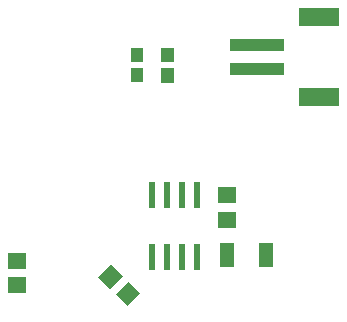
<source format=gtp>
G04 MADE WITH FRITZING*
G04 WWW.FRITZING.ORG*
G04 DOUBLE SIDED*
G04 HOLES PLATED*
G04 CONTOUR ON CENTER OF CONTOUR VECTOR*
%ASAXBY*%
%FSLAX23Y23*%
%MOIN*%
%OFA0B0*%
%SFA1.0B1.0*%
%ADD10R,0.024000X0.087000*%
%ADD11R,0.181102X0.039370*%
%ADD12R,0.133858X0.062992*%
%ADD13R,0.043307X0.047244*%
%ADD14R,0.049208X0.078736*%
%ADD15R,0.049222X0.078736*%
%ADD16R,0.059055X0.055118*%
%LNPASTEMASK1*%
G90*
G70*
G54D10*
X620Y417D03*
X570Y623D03*
X670Y623D03*
X670Y417D03*
X620Y623D03*
X720Y417D03*
X720Y623D03*
X570Y417D03*
G54D11*
X920Y1123D03*
X920Y1044D03*
G54D12*
X1125Y1218D03*
X1125Y950D03*
G54D13*
X520Y1023D03*
X520Y1090D03*
G54D14*
X820Y423D03*
G54D15*
X948Y423D03*
G54D16*
X120Y323D03*
X120Y404D03*
X820Y623D03*
X820Y542D03*
G36*
X472Y353D02*
X430Y311D01*
X391Y350D01*
X433Y392D01*
X472Y353D01*
G37*
D02*
G36*
X529Y296D02*
X487Y254D01*
X449Y293D01*
X490Y335D01*
X529Y296D01*
G37*
D02*
G36*
X598Y1047D02*
X642Y1047D01*
X642Y999D01*
X598Y999D01*
X598Y1047D01*
G37*
D02*
G36*
X598Y1114D02*
X642Y1114D01*
X642Y1066D01*
X598Y1066D01*
X598Y1114D01*
G37*
D02*
G04 End of PasteMask1*
M02*
</source>
